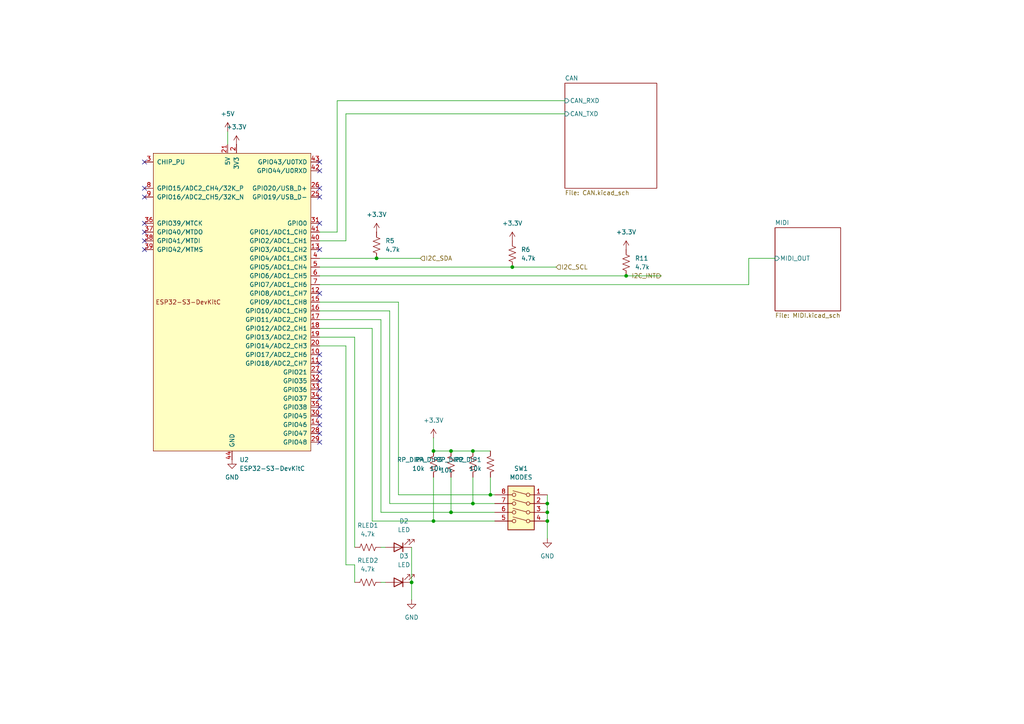
<source format=kicad_sch>
(kicad_sch
	(version 20250114)
	(generator "eeschema")
	(generator_version "9.0")
	(uuid "ef3270b2-1bec-491e-9907-1e95bfa50f9b")
	(paper "A4")
	(lib_symbols
		(symbol "Device:LED"
			(pin_numbers
				(hide yes)
			)
			(pin_names
				(offset 1.016)
				(hide yes)
			)
			(exclude_from_sim no)
			(in_bom yes)
			(on_board yes)
			(property "Reference" "D"
				(at 0 2.54 0)
				(effects
					(font
						(size 1.27 1.27)
					)
				)
			)
			(property "Value" "LED"
				(at 0 -2.54 0)
				(effects
					(font
						(size 1.27 1.27)
					)
				)
			)
			(property "Footprint" ""
				(at 0 0 0)
				(effects
					(font
						(size 1.27 1.27)
					)
					(hide yes)
				)
			)
			(property "Datasheet" "~"
				(at 0 0 0)
				(effects
					(font
						(size 1.27 1.27)
					)
					(hide yes)
				)
			)
			(property "Description" "Light emitting diode"
				(at 0 0 0)
				(effects
					(font
						(size 1.27 1.27)
					)
					(hide yes)
				)
			)
			(property "Sim.Pins" "1=K 2=A"
				(at 0 0 0)
				(effects
					(font
						(size 1.27 1.27)
					)
					(hide yes)
				)
			)
			(property "ki_keywords" "LED diode"
				(at 0 0 0)
				(effects
					(font
						(size 1.27 1.27)
					)
					(hide yes)
				)
			)
			(property "ki_fp_filters" "LED* LED_SMD:* LED_THT:*"
				(at 0 0 0)
				(effects
					(font
						(size 1.27 1.27)
					)
					(hide yes)
				)
			)
			(symbol "LED_0_1"
				(polyline
					(pts
						(xy -3.048 -0.762) (xy -4.572 -2.286) (xy -3.81 -2.286) (xy -4.572 -2.286) (xy -4.572 -1.524)
					)
					(stroke
						(width 0)
						(type default)
					)
					(fill
						(type none)
					)
				)
				(polyline
					(pts
						(xy -1.778 -0.762) (xy -3.302 -2.286) (xy -2.54 -2.286) (xy -3.302 -2.286) (xy -3.302 -1.524)
					)
					(stroke
						(width 0)
						(type default)
					)
					(fill
						(type none)
					)
				)
				(polyline
					(pts
						(xy -1.27 0) (xy 1.27 0)
					)
					(stroke
						(width 0)
						(type default)
					)
					(fill
						(type none)
					)
				)
				(polyline
					(pts
						(xy -1.27 -1.27) (xy -1.27 1.27)
					)
					(stroke
						(width 0.254)
						(type default)
					)
					(fill
						(type none)
					)
				)
				(polyline
					(pts
						(xy 1.27 -1.27) (xy 1.27 1.27) (xy -1.27 0) (xy 1.27 -1.27)
					)
					(stroke
						(width 0.254)
						(type default)
					)
					(fill
						(type none)
					)
				)
			)
			(symbol "LED_1_1"
				(pin passive line
					(at -3.81 0 0)
					(length 2.54)
					(name "K"
						(effects
							(font
								(size 1.27 1.27)
							)
						)
					)
					(number "1"
						(effects
							(font
								(size 1.27 1.27)
							)
						)
					)
				)
				(pin passive line
					(at 3.81 0 180)
					(length 2.54)
					(name "A"
						(effects
							(font
								(size 1.27 1.27)
							)
						)
					)
					(number "2"
						(effects
							(font
								(size 1.27 1.27)
							)
						)
					)
				)
			)
			(embedded_fonts no)
		)
		(symbol "Device:R_US"
			(pin_numbers
				(hide yes)
			)
			(pin_names
				(offset 0)
			)
			(exclude_from_sim no)
			(in_bom yes)
			(on_board yes)
			(property "Reference" "R"
				(at 2.54 0 90)
				(effects
					(font
						(size 1.27 1.27)
					)
				)
			)
			(property "Value" "R_US"
				(at -2.54 0 90)
				(effects
					(font
						(size 1.27 1.27)
					)
				)
			)
			(property "Footprint" ""
				(at 1.016 -0.254 90)
				(effects
					(font
						(size 1.27 1.27)
					)
					(hide yes)
				)
			)
			(property "Datasheet" "~"
				(at 0 0 0)
				(effects
					(font
						(size 1.27 1.27)
					)
					(hide yes)
				)
			)
			(property "Description" "Resistor, US symbol"
				(at 0 0 0)
				(effects
					(font
						(size 1.27 1.27)
					)
					(hide yes)
				)
			)
			(property "ki_keywords" "R res resistor"
				(at 0 0 0)
				(effects
					(font
						(size 1.27 1.27)
					)
					(hide yes)
				)
			)
			(property "ki_fp_filters" "R_*"
				(at 0 0 0)
				(effects
					(font
						(size 1.27 1.27)
					)
					(hide yes)
				)
			)
			(symbol "R_US_0_1"
				(polyline
					(pts
						(xy 0 2.286) (xy 0 2.54)
					)
					(stroke
						(width 0)
						(type default)
					)
					(fill
						(type none)
					)
				)
				(polyline
					(pts
						(xy 0 2.286) (xy 1.016 1.905) (xy 0 1.524) (xy -1.016 1.143) (xy 0 0.762)
					)
					(stroke
						(width 0)
						(type default)
					)
					(fill
						(type none)
					)
				)
				(polyline
					(pts
						(xy 0 0.762) (xy 1.016 0.381) (xy 0 0) (xy -1.016 -0.381) (xy 0 -0.762)
					)
					(stroke
						(width 0)
						(type default)
					)
					(fill
						(type none)
					)
				)
				(polyline
					(pts
						(xy 0 -0.762) (xy 1.016 -1.143) (xy 0 -1.524) (xy -1.016 -1.905) (xy 0 -2.286)
					)
					(stroke
						(width 0)
						(type default)
					)
					(fill
						(type none)
					)
				)
				(polyline
					(pts
						(xy 0 -2.286) (xy 0 -2.54)
					)
					(stroke
						(width 0)
						(type default)
					)
					(fill
						(type none)
					)
				)
			)
			(symbol "R_US_1_1"
				(pin passive line
					(at 0 3.81 270)
					(length 1.27)
					(name "~"
						(effects
							(font
								(size 1.27 1.27)
							)
						)
					)
					(number "1"
						(effects
							(font
								(size 1.27 1.27)
							)
						)
					)
				)
				(pin passive line
					(at 0 -3.81 90)
					(length 1.27)
					(name "~"
						(effects
							(font
								(size 1.27 1.27)
							)
						)
					)
					(number "2"
						(effects
							(font
								(size 1.27 1.27)
							)
						)
					)
				)
			)
			(embedded_fonts no)
		)
		(symbol "PCM_Espressif:ESP32-S3-DevKitC"
			(pin_names
				(offset 1.016)
			)
			(exclude_from_sim no)
			(in_bom yes)
			(on_board yes)
			(property "Reference" "U"
				(at -22.86 48.26 0)
				(effects
					(font
						(size 1.27 1.27)
					)
					(justify left)
				)
			)
			(property "Value" "ESP32-S3-DevKitC"
				(at -22.86 45.72 0)
				(effects
					(font
						(size 1.27 1.27)
					)
					(justify left)
				)
			)
			(property "Footprint" "PCM_Espressif:ESP32-S3-DevKitC"
				(at 0 -57.15 0)
				(effects
					(font
						(size 1.27 1.27)
					)
					(hide yes)
				)
			)
			(property "Datasheet" ""
				(at -59.69 -2.54 0)
				(effects
					(font
						(size 1.27 1.27)
					)
					(hide yes)
				)
			)
			(property "Description" "ESP32-S3-DevKitC"
				(at 0 0 0)
				(effects
					(font
						(size 1.27 1.27)
					)
					(hide yes)
				)
			)
			(symbol "ESP32-S3-DevKitC_0_0"
				(text "ESP32-S3-DevKitC"
					(at -12.7 0 0)
					(effects
						(font
							(size 1.27 1.27)
						)
					)
				)
				(pin bidirectional line
					(at -25.4 15.24 0)
					(length 2.54)
					(name "GPIO42/MTMS"
						(effects
							(font
								(size 1.27 1.27)
							)
						)
					)
					(number "39"
						(effects
							(font
								(size 1.27 1.27)
							)
						)
					)
				)
				(pin power_in line
					(at 0 -45.72 90)
					(length 2.54)
					(name "GND"
						(effects
							(font
								(size 1.27 1.27)
							)
						)
					)
					(number "44"
						(effects
							(font
								(size 1.27 1.27)
							)
						)
					)
				)
				(pin bidirectional line
					(at 25.4 40.64 180)
					(length 2.54)
					(name "GPIO43/U0TXD"
						(effects
							(font
								(size 1.27 1.27)
							)
						)
					)
					(number "43"
						(effects
							(font
								(size 1.27 1.27)
							)
						)
					)
				)
				(pin bidirectional line
					(at 25.4 38.1 180)
					(length 2.54)
					(name "GPIO44/U0RXD"
						(effects
							(font
								(size 1.27 1.27)
							)
						)
					)
					(number "42"
						(effects
							(font
								(size 1.27 1.27)
							)
						)
					)
				)
				(pin bidirectional line
					(at 25.4 20.32 180)
					(length 2.54)
					(name "GPIO1/ADC1_CH0"
						(effects
							(font
								(size 1.27 1.27)
							)
						)
					)
					(number "41"
						(effects
							(font
								(size 1.27 1.27)
							)
						)
					)
				)
				(pin bidirectional line
					(at 25.4 17.78 180)
					(length 2.54)
					(name "GPIO2/ADC1_CH1"
						(effects
							(font
								(size 1.27 1.27)
							)
						)
					)
					(number "40"
						(effects
							(font
								(size 1.27 1.27)
							)
						)
					)
				)
				(pin bidirectional line
					(at 25.4 -10.16 180)
					(length 2.54)
					(name "GPIO13/ADC2_CH2"
						(effects
							(font
								(size 1.27 1.27)
							)
						)
					)
					(number "19"
						(effects
							(font
								(size 1.27 1.27)
							)
						)
					)
				)
				(pin bidirectional line
					(at 25.4 -35.56 180)
					(length 2.54)
					(name "GPIO46"
						(effects
							(font
								(size 1.27 1.27)
							)
						)
					)
					(number "14"
						(effects
							(font
								(size 1.27 1.27)
							)
						)
					)
				)
			)
			(symbol "ESP32-S3-DevKitC_0_1"
				(rectangle
					(start -22.86 43.18)
					(end 22.86 -43.18)
					(stroke
						(width 0)
						(type default)
					)
					(fill
						(type background)
					)
				)
				(pin power_in line
					(at 1.27 45.72 270)
					(length 2.54)
					(name "3V3"
						(effects
							(font
								(size 1.27 1.27)
							)
						)
					)
					(number "2"
						(effects
							(font
								(size 1.27 1.27)
							)
						)
					)
				)
			)
			(symbol "ESP32-S3-DevKitC_1_1"
				(pin input line
					(at -25.4 40.64 0)
					(length 2.54)
					(name "CHIP_PU"
						(effects
							(font
								(size 1.27 1.27)
							)
						)
					)
					(number "3"
						(effects
							(font
								(size 1.27 1.27)
							)
						)
					)
				)
				(pin bidirectional line
					(at -25.4 33.02 0)
					(length 2.54)
					(name "GPIO15/ADC2_CH4/32K_P"
						(effects
							(font
								(size 1.27 1.27)
							)
						)
					)
					(number "8"
						(effects
							(font
								(size 1.27 1.27)
							)
						)
					)
				)
				(pin bidirectional line
					(at -25.4 30.48 0)
					(length 2.54)
					(name "GPIO16/ADC2_CH5/32K_N"
						(effects
							(font
								(size 1.27 1.27)
							)
						)
					)
					(number "9"
						(effects
							(font
								(size 1.27 1.27)
							)
						)
					)
				)
				(pin bidirectional line
					(at -25.4 22.86 0)
					(length 2.54)
					(name "GPIO39/MTCK"
						(effects
							(font
								(size 1.27 1.27)
							)
						)
					)
					(number "36"
						(effects
							(font
								(size 1.27 1.27)
							)
						)
					)
				)
				(pin bidirectional line
					(at -25.4 20.32 0)
					(length 2.54)
					(name "GPIO40/MTDO"
						(effects
							(font
								(size 1.27 1.27)
							)
						)
					)
					(number "37"
						(effects
							(font
								(size 1.27 1.27)
							)
						)
					)
				)
				(pin bidirectional line
					(at -25.4 17.78 0)
					(length 2.54)
					(name "GPIO41/MTDI"
						(effects
							(font
								(size 1.27 1.27)
							)
						)
					)
					(number "38"
						(effects
							(font
								(size 1.27 1.27)
							)
						)
					)
				)
				(pin power_in line
					(at -1.27 45.72 270)
					(length 2.54)
					(name "5V"
						(effects
							(font
								(size 1.27 1.27)
							)
						)
					)
					(number "21"
						(effects
							(font
								(size 1.27 1.27)
							)
						)
					)
				)
				(pin passive line
					(at 0 -45.72 90)
					(length 2.54)
					(hide yes)
					(name "GND"
						(effects
							(font
								(size 1.27 1.27)
							)
						)
					)
					(number "22"
						(effects
							(font
								(size 1.27 1.27)
							)
						)
					)
				)
				(pin passive line
					(at 0 -45.72 90)
					(length 2.54)
					(hide yes)
					(name "GND"
						(effects
							(font
								(size 1.27 1.27)
							)
						)
					)
					(number "23"
						(effects
							(font
								(size 1.27 1.27)
							)
						)
					)
				)
				(pin passive line
					(at 0 -45.72 90)
					(length 2.54)
					(hide yes)
					(name "GND"
						(effects
							(font
								(size 1.27 1.27)
							)
						)
					)
					(number "24"
						(effects
							(font
								(size 1.27 1.27)
							)
						)
					)
				)
				(pin passive line
					(at 1.27 45.72 270)
					(length 2.54)
					(hide yes)
					(name "3V3"
						(effects
							(font
								(size 1.27 1.27)
							)
						)
					)
					(number "1"
						(effects
							(font
								(size 1.27 1.27)
							)
						)
					)
				)
				(pin bidirectional line
					(at 25.4 33.02 180)
					(length 2.54)
					(name "GPIO20/USB_D+"
						(effects
							(font
								(size 1.27 1.27)
							)
						)
					)
					(number "26"
						(effects
							(font
								(size 1.27 1.27)
							)
						)
					)
				)
				(pin bidirectional line
					(at 25.4 30.48 180)
					(length 2.54)
					(name "GPIO19/USB_D-"
						(effects
							(font
								(size 1.27 1.27)
							)
						)
					)
					(number "25"
						(effects
							(font
								(size 1.27 1.27)
							)
						)
					)
				)
				(pin bidirectional line
					(at 25.4 22.86 180)
					(length 2.54)
					(name "GPIO0"
						(effects
							(font
								(size 1.27 1.27)
							)
						)
					)
					(number "31"
						(effects
							(font
								(size 1.27 1.27)
							)
						)
					)
				)
				(pin bidirectional line
					(at 25.4 15.24 180)
					(length 2.54)
					(name "GPIO3/ADC1_CH2"
						(effects
							(font
								(size 1.27 1.27)
							)
						)
					)
					(number "13"
						(effects
							(font
								(size 1.27 1.27)
							)
						)
					)
				)
				(pin bidirectional line
					(at 25.4 12.7 180)
					(length 2.54)
					(name "GPIO4/ADC1_CH3"
						(effects
							(font
								(size 1.27 1.27)
							)
						)
					)
					(number "4"
						(effects
							(font
								(size 1.27 1.27)
							)
						)
					)
				)
				(pin bidirectional line
					(at 25.4 10.16 180)
					(length 2.54)
					(name "GPIO5/ADC1_CH4"
						(effects
							(font
								(size 1.27 1.27)
							)
						)
					)
					(number "5"
						(effects
							(font
								(size 1.27 1.27)
							)
						)
					)
				)
				(pin bidirectional line
					(at 25.4 7.62 180)
					(length 2.54)
					(name "GPIO6/ADC1_CH5"
						(effects
							(font
								(size 1.27 1.27)
							)
						)
					)
					(number "6"
						(effects
							(font
								(size 1.27 1.27)
							)
						)
					)
				)
				(pin bidirectional line
					(at 25.4 5.08 180)
					(length 2.54)
					(name "GPIO7/ADC1_CH6"
						(effects
							(font
								(size 1.27 1.27)
							)
						)
					)
					(number "7"
						(effects
							(font
								(size 1.27 1.27)
							)
						)
					)
				)
				(pin bidirectional line
					(at 25.4 2.54 180)
					(length 2.54)
					(name "GPIO8/ADC1_CH7"
						(effects
							(font
								(size 1.27 1.27)
							)
						)
					)
					(number "12"
						(effects
							(font
								(size 1.27 1.27)
							)
						)
					)
				)
				(pin bidirectional line
					(at 25.4 0 180)
					(length 2.54)
					(name "GPIO9/ADC1_CH8"
						(effects
							(font
								(size 1.27 1.27)
							)
						)
					)
					(number "15"
						(effects
							(font
								(size 1.27 1.27)
							)
						)
					)
				)
				(pin bidirectional line
					(at 25.4 -2.54 180)
					(length 2.54)
					(name "GPIO10/ADC1_CH9"
						(effects
							(font
								(size 1.27 1.27)
							)
						)
					)
					(number "16"
						(effects
							(font
								(size 1.27 1.27)
							)
						)
					)
				)
				(pin bidirectional line
					(at 25.4 -5.08 180)
					(length 2.54)
					(name "GPIO11/ADC2_CH0"
						(effects
							(font
								(size 1.27 1.27)
							)
						)
					)
					(number "17"
						(effects
							(font
								(size 1.27 1.27)
							)
						)
					)
				)
				(pin bidirectional line
					(at 25.4 -7.62 180)
					(length 2.54)
					(name "GPIO12/ADC2_CH1"
						(effects
							(font
								(size 1.27 1.27)
							)
						)
					)
					(number "18"
						(effects
							(font
								(size 1.27 1.27)
							)
						)
					)
				)
				(pin bidirectional line
					(at 25.4 -12.7 180)
					(length 2.54)
					(name "GPIO14/ADC2_CH3"
						(effects
							(font
								(size 1.27 1.27)
							)
						)
					)
					(number "20"
						(effects
							(font
								(size 1.27 1.27)
							)
						)
					)
				)
				(pin bidirectional line
					(at 25.4 -15.24 180)
					(length 2.54)
					(name "GPIO17/ADC2_CH6"
						(effects
							(font
								(size 1.27 1.27)
							)
						)
					)
					(number "10"
						(effects
							(font
								(size 1.27 1.27)
							)
						)
					)
				)
				(pin bidirectional line
					(at 25.4 -17.78 180)
					(length 2.54)
					(name "GPIO18/ADC2_CH7"
						(effects
							(font
								(size 1.27 1.27)
							)
						)
					)
					(number "11"
						(effects
							(font
								(size 1.27 1.27)
							)
						)
					)
				)
				(pin bidirectional line
					(at 25.4 -20.32 180)
					(length 2.54)
					(name "GPIO21"
						(effects
							(font
								(size 1.27 1.27)
							)
						)
					)
					(number "27"
						(effects
							(font
								(size 1.27 1.27)
							)
						)
					)
				)
				(pin bidirectional line
					(at 25.4 -22.86 180)
					(length 2.54)
					(name "GPIO35"
						(effects
							(font
								(size 1.27 1.27)
							)
						)
					)
					(number "32"
						(effects
							(font
								(size 1.27 1.27)
							)
						)
					)
				)
				(pin bidirectional line
					(at 25.4 -25.4 180)
					(length 2.54)
					(name "GPIO36"
						(effects
							(font
								(size 1.27 1.27)
							)
						)
					)
					(number "33"
						(effects
							(font
								(size 1.27 1.27)
							)
						)
					)
				)
				(pin bidirectional line
					(at 25.4 -27.94 180)
					(length 2.54)
					(name "GPIO37"
						(effects
							(font
								(size 1.27 1.27)
							)
						)
					)
					(number "34"
						(effects
							(font
								(size 1.27 1.27)
							)
						)
					)
				)
				(pin bidirectional line
					(at 25.4 -30.48 180)
					(length 2.54)
					(name "GPIO38"
						(effects
							(font
								(size 1.27 1.27)
							)
						)
					)
					(number "35"
						(effects
							(font
								(size 1.27 1.27)
							)
						)
					)
				)
				(pin bidirectional line
					(at 25.4 -33.02 180)
					(length 2.54)
					(name "GPIO45"
						(effects
							(font
								(size 1.27 1.27)
							)
						)
					)
					(number "30"
						(effects
							(font
								(size 1.27 1.27)
							)
						)
					)
				)
				(pin bidirectional line
					(at 25.4 -38.1 180)
					(length 2.54)
					(name "GPIO47"
						(effects
							(font
								(size 1.27 1.27)
							)
						)
					)
					(number "28"
						(effects
							(font
								(size 1.27 1.27)
							)
						)
					)
				)
				(pin bidirectional line
					(at 25.4 -40.64 180)
					(length 2.54)
					(name "GPIO48"
						(effects
							(font
								(size 1.27 1.27)
							)
						)
					)
					(number "29"
						(effects
							(font
								(size 1.27 1.27)
							)
						)
					)
				)
			)
			(embedded_fonts no)
		)
		(symbol "Switch:SW_DIP_x04"
			(pin_names
				(offset 0)
				(hide yes)
			)
			(exclude_from_sim no)
			(in_bom yes)
			(on_board yes)
			(property "Reference" "SW"
				(at 0 8.89 0)
				(effects
					(font
						(size 1.27 1.27)
					)
				)
			)
			(property "Value" "SW_DIP_x04"
				(at 0 -6.35 0)
				(effects
					(font
						(size 1.27 1.27)
					)
				)
			)
			(property "Footprint" ""
				(at 0 0 0)
				(effects
					(font
						(size 1.27 1.27)
					)
					(hide yes)
				)
			)
			(property "Datasheet" "~"
				(at 0 0 0)
				(effects
					(font
						(size 1.27 1.27)
					)
					(hide yes)
				)
			)
			(property "Description" "4x DIP Switch, Single Pole Single Throw (SPST) switch, small symbol"
				(at 0 0 0)
				(effects
					(font
						(size 1.27 1.27)
					)
					(hide yes)
				)
			)
			(property "ki_keywords" "dip switch"
				(at 0 0 0)
				(effects
					(font
						(size 1.27 1.27)
					)
					(hide yes)
				)
			)
			(property "ki_fp_filters" "SW?DIP?x4*"
				(at 0 0 0)
				(effects
					(font
						(size 1.27 1.27)
					)
					(hide yes)
				)
			)
			(symbol "SW_DIP_x04_0_0"
				(circle
					(center -2.032 5.08)
					(radius 0.508)
					(stroke
						(width 0)
						(type default)
					)
					(fill
						(type none)
					)
				)
				(circle
					(center -2.032 2.54)
					(radius 0.508)
					(stroke
						(width 0)
						(type default)
					)
					(fill
						(type none)
					)
				)
				(circle
					(center -2.032 0)
					(radius 0.508)
					(stroke
						(width 0)
						(type default)
					)
					(fill
						(type none)
					)
				)
				(circle
					(center -2.032 -2.54)
					(radius 0.508)
					(stroke
						(width 0)
						(type default)
					)
					(fill
						(type none)
					)
				)
				(polyline
					(pts
						(xy -1.524 5.207) (xy 2.3622 6.2484)
					)
					(stroke
						(width 0)
						(type default)
					)
					(fill
						(type none)
					)
				)
				(polyline
					(pts
						(xy -1.524 2.667) (xy 2.3622 3.7084)
					)
					(stroke
						(width 0)
						(type default)
					)
					(fill
						(type none)
					)
				)
				(polyline
					(pts
						(xy -1.524 0.127) (xy 2.3622 1.1684)
					)
					(stroke
						(width 0)
						(type default)
					)
					(fill
						(type none)
					)
				)
				(polyline
					(pts
						(xy -1.524 -2.3876) (xy 2.3622 -1.3462)
					)
					(stroke
						(width 0)
						(type default)
					)
					(fill
						(type none)
					)
				)
				(circle
					(center 2.032 5.08)
					(radius 0.508)
					(stroke
						(width 0)
						(type default)
					)
					(fill
						(type none)
					)
				)
				(circle
					(center 2.032 2.54)
					(radius 0.508)
					(stroke
						(width 0)
						(type default)
					)
					(fill
						(type none)
					)
				)
				(circle
					(center 2.032 0)
					(radius 0.508)
					(stroke
						(width 0)
						(type default)
					)
					(fill
						(type none)
					)
				)
				(circle
					(center 2.032 -2.54)
					(radius 0.508)
					(stroke
						(width 0)
						(type default)
					)
					(fill
						(type none)
					)
				)
			)
			(symbol "SW_DIP_x04_0_1"
				(rectangle
					(start -3.81 7.62)
					(end 3.81 -5.08)
					(stroke
						(width 0.254)
						(type default)
					)
					(fill
						(type background)
					)
				)
			)
			(symbol "SW_DIP_x04_1_1"
				(pin passive line
					(at -7.62 5.08 0)
					(length 5.08)
					(name "~"
						(effects
							(font
								(size 1.27 1.27)
							)
						)
					)
					(number "1"
						(effects
							(font
								(size 1.27 1.27)
							)
						)
					)
				)
				(pin passive line
					(at -7.62 2.54 0)
					(length 5.08)
					(name "~"
						(effects
							(font
								(size 1.27 1.27)
							)
						)
					)
					(number "2"
						(effects
							(font
								(size 1.27 1.27)
							)
						)
					)
				)
				(pin passive line
					(at -7.62 0 0)
					(length 5.08)
					(name "~"
						(effects
							(font
								(size 1.27 1.27)
							)
						)
					)
					(number "3"
						(effects
							(font
								(size 1.27 1.27)
							)
						)
					)
				)
				(pin passive line
					(at -7.62 -2.54 0)
					(length 5.08)
					(name "~"
						(effects
							(font
								(size 1.27 1.27)
							)
						)
					)
					(number "4"
						(effects
							(font
								(size 1.27 1.27)
							)
						)
					)
				)
				(pin passive line
					(at 7.62 5.08 180)
					(length 5.08)
					(name "~"
						(effects
							(font
								(size 1.27 1.27)
							)
						)
					)
					(number "8"
						(effects
							(font
								(size 1.27 1.27)
							)
						)
					)
				)
				(pin passive line
					(at 7.62 2.54 180)
					(length 5.08)
					(name "~"
						(effects
							(font
								(size 1.27 1.27)
							)
						)
					)
					(number "7"
						(effects
							(font
								(size 1.27 1.27)
							)
						)
					)
				)
				(pin passive line
					(at 7.62 0 180)
					(length 5.08)
					(name "~"
						(effects
							(font
								(size 1.27 1.27)
							)
						)
					)
					(number "6"
						(effects
							(font
								(size 1.27 1.27)
							)
						)
					)
				)
				(pin passive line
					(at 7.62 -2.54 180)
					(length 5.08)
					(name "~"
						(effects
							(font
								(size 1.27 1.27)
							)
						)
					)
					(number "5"
						(effects
							(font
								(size 1.27 1.27)
							)
						)
					)
				)
			)
			(embedded_fonts no)
		)
		(symbol "power:+3.3V"
			(power)
			(pin_numbers
				(hide yes)
			)
			(pin_names
				(offset 0)
				(hide yes)
			)
			(exclude_from_sim no)
			(in_bom yes)
			(on_board yes)
			(property "Reference" "#PWR"
				(at 0 -3.81 0)
				(effects
					(font
						(size 1.27 1.27)
					)
					(hide yes)
				)
			)
			(property "Value" "+3.3V"
				(at 0 3.556 0)
				(effects
					(font
						(size 1.27 1.27)
					)
				)
			)
			(property "Footprint" ""
				(at 0 0 0)
				(effects
					(font
						(size 1.27 1.27)
					)
					(hide yes)
				)
			)
			(property "Datasheet" ""
				(at 0 0 0)
				(effects
					(font
						(size 1.27 1.27)
					)
					(hide yes)
				)
			)
			(property "Description" "Power symbol creates a global label with name \"+3.3V\""
				(at 0 0 0)
				(effects
					(font
						(size 1.27 1.27)
					)
					(hide yes)
				)
			)
			(property "ki_keywords" "global power"
				(at 0 0 0)
				(effects
					(font
						(size 1.27 1.27)
					)
					(hide yes)
				)
			)
			(symbol "+3.3V_0_1"
				(polyline
					(pts
						(xy -0.762 1.27) (xy 0 2.54)
					)
					(stroke
						(width 0)
						(type default)
					)
					(fill
						(type none)
					)
				)
				(polyline
					(pts
						(xy 0 2.54) (xy 0.762 1.27)
					)
					(stroke
						(width 0)
						(type default)
					)
					(fill
						(type none)
					)
				)
				(polyline
					(pts
						(xy 0 0) (xy 0 2.54)
					)
					(stroke
						(width 0)
						(type default)
					)
					(fill
						(type none)
					)
				)
			)
			(symbol "+3.3V_1_1"
				(pin power_in line
					(at 0 0 90)
					(length 0)
					(name "~"
						(effects
							(font
								(size 1.27 1.27)
							)
						)
					)
					(number "1"
						(effects
							(font
								(size 1.27 1.27)
							)
						)
					)
				)
			)
			(embedded_fonts no)
		)
		(symbol "power:+5V"
			(power)
			(pin_numbers
				(hide yes)
			)
			(pin_names
				(offset 0)
				(hide yes)
			)
			(exclude_from_sim no)
			(in_bom yes)
			(on_board yes)
			(property "Reference" "#PWR"
				(at 0 -3.81 0)
				(effects
					(font
						(size 1.27 1.27)
					)
					(hide yes)
				)
			)
			(property "Value" "+5V"
				(at 0 3.556 0)
				(effects
					(font
						(size 1.27 1.27)
					)
				)
			)
			(property "Footprint" ""
				(at 0 0 0)
				(effects
					(font
						(size 1.27 1.27)
					)
					(hide yes)
				)
			)
			(property "Datasheet" ""
				(at 0 0 0)
				(effects
					(font
						(size 1.27 1.27)
					)
					(hide yes)
				)
			)
			(property "Description" "Power symbol creates a global label with name \"+5V\""
				(at 0 0 0)
				(effects
					(font
						(size 1.27 1.27)
					)
					(hide yes)
				)
			)
			(property "ki_keywords" "global power"
				(at 0 0 0)
				(effects
					(font
						(size 1.27 1.27)
					)
					(hide yes)
				)
			)
			(symbol "+5V_0_1"
				(polyline
					(pts
						(xy -0.762 1.27) (xy 0 2.54)
					)
					(stroke
						(width 0)
						(type default)
					)
					(fill
						(type none)
					)
				)
				(polyline
					(pts
						(xy 0 2.54) (xy 0.762 1.27)
					)
					(stroke
						(width 0)
						(type default)
					)
					(fill
						(type none)
					)
				)
				(polyline
					(pts
						(xy 0 0) (xy 0 2.54)
					)
					(stroke
						(width 0)
						(type default)
					)
					(fill
						(type none)
					)
				)
			)
			(symbol "+5V_1_1"
				(pin power_in line
					(at 0 0 90)
					(length 0)
					(name "~"
						(effects
							(font
								(size 1.27 1.27)
							)
						)
					)
					(number "1"
						(effects
							(font
								(size 1.27 1.27)
							)
						)
					)
				)
			)
			(embedded_fonts no)
		)
		(symbol "power:GND"
			(power)
			(pin_numbers
				(hide yes)
			)
			(pin_names
				(offset 0)
				(hide yes)
			)
			(exclude_from_sim no)
			(in_bom yes)
			(on_board yes)
			(property "Reference" "#PWR"
				(at 0 -6.35 0)
				(effects
					(font
						(size 1.27 1.27)
					)
					(hide yes)
				)
			)
			(property "Value" "GND"
				(at 0 -3.81 0)
				(effects
					(font
						(size 1.27 1.27)
					)
				)
			)
			(property "Footprint" ""
				(at 0 0 0)
				(effects
					(font
						(size 1.27 1.27)
					)
					(hide yes)
				)
			)
			(property "Datasheet" ""
				(at 0 0 0)
				(effects
					(font
						(size 1.27 1.27)
					)
					(hide yes)
				)
			)
			(property "Description" "Power symbol creates a global label with name \"GND\" , ground"
				(at 0 0 0)
				(effects
					(font
						(size 1.27 1.27)
					)
					(hide yes)
				)
			)
			(property "ki_keywords" "global power"
				(at 0 0 0)
				(effects
					(font
						(size 1.27 1.27)
					)
					(hide yes)
				)
			)
			(symbol "GND_0_1"
				(polyline
					(pts
						(xy 0 0) (xy 0 -1.27) (xy 1.27 -1.27) (xy 0 -2.54) (xy -1.27 -1.27) (xy 0 -1.27)
					)
					(stroke
						(width 0)
						(type default)
					)
					(fill
						(type none)
					)
				)
			)
			(symbol "GND_1_1"
				(pin power_in line
					(at 0 0 270)
					(length 0)
					(name "~"
						(effects
							(font
								(size 1.27 1.27)
							)
						)
					)
					(number "1"
						(effects
							(font
								(size 1.27 1.27)
							)
						)
					)
				)
			)
			(embedded_fonts no)
		)
	)
	(junction
		(at 158.75 146.05)
		(diameter 0)
		(color 0 0 0 0)
		(uuid "15dfe246-e739-4c9f-90c0-4a07a10550d7")
	)
	(junction
		(at 137.16 130.81)
		(diameter 0)
		(color 0 0 0 0)
		(uuid "1b6fa8e3-4fcf-4449-978b-f504c87d671c")
	)
	(junction
		(at 125.73 151.13)
		(diameter 0)
		(color 0 0 0 0)
		(uuid "34a391e3-342c-42fd-8931-94900d7b91ea")
	)
	(junction
		(at 130.81 148.59)
		(diameter 0)
		(color 0 0 0 0)
		(uuid "394eced0-d4be-4e63-baff-4d2098f35e54")
	)
	(junction
		(at 137.16 146.05)
		(diameter 0)
		(color 0 0 0 0)
		(uuid "4c7c5961-e3b2-4238-9e6e-413ecf176f35")
	)
	(junction
		(at 142.24 143.51)
		(diameter 0)
		(color 0 0 0 0)
		(uuid "5225ed38-ef39-4d05-b8bf-d7f4681a9c12")
	)
	(junction
		(at 148.59 77.47)
		(diameter 0)
		(color 0 0 0 0)
		(uuid "56bcf8bf-ca4a-47b5-9b36-4238be3e1ddb")
	)
	(junction
		(at 119.38 168.91)
		(diameter 0)
		(color 0 0 0 0)
		(uuid "5c14cc24-bbc6-4100-b080-df472e9c3fbc")
	)
	(junction
		(at 130.81 130.81)
		(diameter 0)
		(color 0 0 0 0)
		(uuid "63a0c2e5-ffd5-4e84-a5d0-e9141f0f65b8")
	)
	(junction
		(at 158.75 148.59)
		(diameter 0)
		(color 0 0 0 0)
		(uuid "89f48dea-6c7b-47b2-afaa-1774c71c01dd")
	)
	(junction
		(at 125.73 130.81)
		(diameter 0)
		(color 0 0 0 0)
		(uuid "8d8e7d2d-5e8e-43c3-a45d-ec89583bbf7b")
	)
	(junction
		(at 109.22 74.93)
		(diameter 0)
		(color 0 0 0 0)
		(uuid "aba63813-9932-4e33-ae2b-1df2526a7653")
	)
	(junction
		(at 158.75 151.13)
		(diameter 0)
		(color 0 0 0 0)
		(uuid "f934de89-26d5-484c-92c7-b70817363700")
	)
	(junction
		(at 181.61 80.01)
		(diameter 0)
		(color 0 0 0 0)
		(uuid "ffd598e8-26ca-488c-857a-f210dd89b199")
	)
	(no_connect
		(at 92.71 105.41)
		(uuid "025bf920-7a7e-4a04-b38a-17655d5f684b")
	)
	(no_connect
		(at 41.91 72.39)
		(uuid "02a359ae-8e25-4ad0-a5af-bc673fa6e45e")
	)
	(no_connect
		(at 92.71 64.77)
		(uuid "04519e94-68b0-4253-952e-ff2229e33f21")
	)
	(no_connect
		(at 92.71 54.61)
		(uuid "04c71830-ce2c-4593-a022-368a0cbc0d0e")
	)
	(no_connect
		(at 92.71 128.27)
		(uuid "0676f8ad-743e-405f-945f-d572ff332831")
	)
	(no_connect
		(at 41.91 67.31)
		(uuid "1034c11d-bdde-4874-a23b-570b45252543")
	)
	(no_connect
		(at 92.71 115.57)
		(uuid "1ded497a-e3d7-423f-9aee-cc16299d0aee")
	)
	(no_connect
		(at 92.71 118.11)
		(uuid "21c46614-b3e3-4880-897a-933db15729e2")
	)
	(no_connect
		(at 92.71 46.99)
		(uuid "25bb9d08-1509-4da8-8f03-e991c36846e8")
	)
	(no_connect
		(at 92.71 120.65)
		(uuid "50d9c16a-7ce5-4ec3-bd15-bf68172f6c30")
	)
	(no_connect
		(at 92.71 107.95)
		(uuid "648960e9-8fca-4413-89dd-b91a10f2c087")
	)
	(no_connect
		(at 92.71 49.53)
		(uuid "6bbdd2b3-edf8-4cf2-8708-a9763215a714")
	)
	(no_connect
		(at 92.71 85.09)
		(uuid "73612e5b-5e5a-46f2-a686-ebac2a731fbc")
	)
	(no_connect
		(at 41.91 46.99)
		(uuid "837f26f3-2430-4ef6-b9ab-8e8ad2dbabdc")
	)
	(no_connect
		(at 92.71 113.03)
		(uuid "8605ab99-3a1e-4620-93bb-e9e05a0316e2")
	)
	(no_connect
		(at 41.91 64.77)
		(uuid "a0888936-b5d9-4f0d-892b-7b43c34f0ea8")
	)
	(no_connect
		(at 92.71 123.19)
		(uuid "a38b8ea9-e889-428c-9505-5622530df231")
	)
	(no_connect
		(at 92.71 72.39)
		(uuid "af0a5d4f-a112-41bb-b31b-8dccf13b90b1")
	)
	(no_connect
		(at 92.71 102.87)
		(uuid "af8a89d3-91d4-4aa1-b6a7-1fcc20aa4956")
	)
	(no_connect
		(at 92.71 57.15)
		(uuid "b2568a69-ecab-43f5-94ad-e7b7daa6f07e")
	)
	(no_connect
		(at 92.71 125.73)
		(uuid "be678fd4-1c96-4a00-8cc0-a157cd16e6c0")
	)
	(no_connect
		(at 41.91 57.15)
		(uuid "c8a62dca-43f2-4c6f-98ca-c8c5b41bd0a7")
	)
	(no_connect
		(at 41.91 54.61)
		(uuid "e1ab0f98-89bd-47c7-8618-bf86ade405bf")
	)
	(no_connect
		(at 41.91 69.85)
		(uuid "f27f3116-f473-4a75-aea9-2a03910b3ce6")
	)
	(no_connect
		(at 92.71 110.49)
		(uuid "fc0266d1-d571-4216-90d9-d78387d1ce6f")
	)
	(wire
		(pts
			(xy 110.49 168.91) (xy 111.76 168.91)
		)
		(stroke
			(width 0)
			(type default)
		)
		(uuid "0af3884b-ca02-44de-aa6b-3da70aad9c93")
	)
	(wire
		(pts
			(xy 92.71 67.31) (xy 97.79 67.31)
		)
		(stroke
			(width 0)
			(type default)
		)
		(uuid "12c2eeb1-04ec-4071-ab86-9ed586ace54c")
	)
	(wire
		(pts
			(xy 142.24 130.81) (xy 137.16 130.81)
		)
		(stroke
			(width 0)
			(type default)
		)
		(uuid "13631851-840a-406b-b092-a78af82e844b")
	)
	(wire
		(pts
			(xy 92.71 69.85) (xy 100.33 69.85)
		)
		(stroke
			(width 0)
			(type default)
		)
		(uuid "15ff157a-d4ba-45ba-b81f-92b94f06a196")
	)
	(wire
		(pts
			(xy 125.73 151.13) (xy 107.95 151.13)
		)
		(stroke
			(width 0)
			(type default)
		)
		(uuid "1bf01d0c-1ba6-41a5-9a41-1457c43fcf74")
	)
	(wire
		(pts
			(xy 137.16 138.43) (xy 137.16 146.05)
		)
		(stroke
			(width 0)
			(type default)
		)
		(uuid "25611d2c-a1c9-42ad-bb3e-13636df21712")
	)
	(wire
		(pts
			(xy 113.03 146.05) (xy 137.16 146.05)
		)
		(stroke
			(width 0)
			(type default)
		)
		(uuid "29f7392a-d7ed-49a5-b9f5-e67e90c730f2")
	)
	(wire
		(pts
			(xy 125.73 127) (xy 125.73 130.81)
		)
		(stroke
			(width 0)
			(type default)
		)
		(uuid "2b0817e2-59fb-4eac-8573-23af0530dfe1")
	)
	(wire
		(pts
			(xy 142.24 143.51) (xy 143.51 143.51)
		)
		(stroke
			(width 0)
			(type default)
		)
		(uuid "2b55c4e5-d394-46ce-a6a0-386120673af4")
	)
	(wire
		(pts
			(xy 100.33 163.83) (xy 102.87 163.83)
		)
		(stroke
			(width 0)
			(type default)
		)
		(uuid "2c5e489d-c74a-40c1-bbb0-8303a21ad69d")
	)
	(wire
		(pts
			(xy 115.57 143.51) (xy 115.57 87.63)
		)
		(stroke
			(width 0)
			(type default)
		)
		(uuid "2f4c62f7-606b-446a-bbbc-45850b7c82fa")
	)
	(wire
		(pts
			(xy 110.49 92.71) (xy 92.71 92.71)
		)
		(stroke
			(width 0)
			(type default)
		)
		(uuid "3b502f28-a1ce-4786-9707-75cba420708a")
	)
	(wire
		(pts
			(xy 107.95 151.13) (xy 107.95 95.25)
		)
		(stroke
			(width 0)
			(type default)
		)
		(uuid "4264016f-283f-4526-b153-8c09c742021f")
	)
	(wire
		(pts
			(xy 125.73 138.43) (xy 125.73 151.13)
		)
		(stroke
			(width 0)
			(type default)
		)
		(uuid "42bd973c-9d35-4dc7-9e38-313fb8d28e03")
	)
	(wire
		(pts
			(xy 158.75 148.59) (xy 158.75 151.13)
		)
		(stroke
			(width 0)
			(type default)
		)
		(uuid "46adbd89-0fcf-4413-9779-42cfa308dd95")
	)
	(wire
		(pts
			(xy 158.75 143.51) (xy 158.75 146.05)
		)
		(stroke
			(width 0)
			(type default)
		)
		(uuid "4d2d9af2-1f58-4cf2-ab13-1e0e3041521e")
	)
	(wire
		(pts
			(xy 92.71 80.01) (xy 181.61 80.01)
		)
		(stroke
			(width 0)
			(type default)
		)
		(uuid "4e44a18d-5c15-4ae2-8f1b-f21ac0a573bd")
	)
	(wire
		(pts
			(xy 92.71 100.33) (xy 100.33 100.33)
		)
		(stroke
			(width 0)
			(type default)
		)
		(uuid "53bfe3a6-dc01-4597-99cb-2e45ee4f823a")
	)
	(wire
		(pts
			(xy 113.03 146.05) (xy 113.03 90.17)
		)
		(stroke
			(width 0)
			(type default)
		)
		(uuid "55869dda-a2bf-437f-95e3-bc2d9b536db3")
	)
	(wire
		(pts
			(xy 121.92 74.93) (xy 109.22 74.93)
		)
		(stroke
			(width 0)
			(type default)
		)
		(uuid "5823b1a7-ead4-4583-9078-1fefbbf039e5")
	)
	(wire
		(pts
			(xy 110.49 158.75) (xy 111.76 158.75)
		)
		(stroke
			(width 0)
			(type default)
		)
		(uuid "5bb9bab2-d1aa-486a-a1b6-0b68390c0181")
	)
	(wire
		(pts
			(xy 119.38 168.91) (xy 119.38 173.99)
		)
		(stroke
			(width 0)
			(type default)
		)
		(uuid "5ca788e9-12f8-4c5e-a6b2-21a0c52781fc")
	)
	(wire
		(pts
			(xy 92.71 82.55) (xy 217.17 82.55)
		)
		(stroke
			(width 0)
			(type default)
		)
		(uuid "5e670f23-2639-40bc-8734-174f0f1c4209")
	)
	(wire
		(pts
			(xy 158.75 146.05) (xy 158.75 148.59)
		)
		(stroke
			(width 0)
			(type default)
		)
		(uuid "5e739558-3184-459e-8b35-7119c0f20f36")
	)
	(wire
		(pts
			(xy 102.87 97.79) (xy 102.87 158.75)
		)
		(stroke
			(width 0)
			(type default)
		)
		(uuid "6428cdd0-69a4-4547-899a-05bcb7eaff9a")
	)
	(wire
		(pts
			(xy 102.87 97.79) (xy 92.71 97.79)
		)
		(stroke
			(width 0)
			(type default)
		)
		(uuid "64a20e77-81dc-462f-9c26-9a629b0d6404")
	)
	(wire
		(pts
			(xy 137.16 130.81) (xy 130.81 130.81)
		)
		(stroke
			(width 0)
			(type default)
		)
		(uuid "69383cd4-e960-4694-8e4c-4804cede3582")
	)
	(wire
		(pts
			(xy 107.95 95.25) (xy 92.71 95.25)
		)
		(stroke
			(width 0)
			(type default)
		)
		(uuid "6e4e3eee-2b0c-4e78-9b94-db88ea7be64d")
	)
	(wire
		(pts
			(xy 137.16 146.05) (xy 143.51 146.05)
		)
		(stroke
			(width 0)
			(type default)
		)
		(uuid "75e133b1-2493-4fe9-9a3d-cfc49e816ca5")
	)
	(wire
		(pts
			(xy 217.17 74.93) (xy 224.79 74.93)
		)
		(stroke
			(width 0)
			(type default)
		)
		(uuid "7a52c35b-89e1-482b-8d26-54b4c678ac52")
	)
	(wire
		(pts
			(xy 130.81 138.43) (xy 130.81 148.59)
		)
		(stroke
			(width 0)
			(type default)
		)
		(uuid "8b2a1867-6bc5-4063-aa77-3a8f8a47d649")
	)
	(wire
		(pts
			(xy 217.17 82.55) (xy 217.17 74.93)
		)
		(stroke
			(width 0)
			(type default)
		)
		(uuid "8c26b8fe-6131-4fcd-a658-dd160afaed26")
	)
	(wire
		(pts
			(xy 142.24 143.51) (xy 115.57 143.51)
		)
		(stroke
			(width 0)
			(type default)
		)
		(uuid "8ca0b0c2-a2e5-45fe-8e86-7fc5fb42ee68")
	)
	(wire
		(pts
			(xy 100.33 69.85) (xy 100.33 33.02)
		)
		(stroke
			(width 0)
			(type default)
		)
		(uuid "908b5391-2aed-4b1f-954b-1ee6fa237c0b")
	)
	(wire
		(pts
			(xy 110.49 148.59) (xy 110.49 92.71)
		)
		(stroke
			(width 0)
			(type default)
		)
		(uuid "92545242-a8a2-4b93-bfa2-d843ae30a04a")
	)
	(wire
		(pts
			(xy 102.87 168.91) (xy 102.87 163.83)
		)
		(stroke
			(width 0)
			(type default)
		)
		(uuid "9a614b43-de32-4a08-8cfe-0977c11f2b3d")
	)
	(wire
		(pts
			(xy 100.33 33.02) (xy 163.83 33.02)
		)
		(stroke
			(width 0)
			(type default)
		)
		(uuid "9f8cfb2a-78ef-453c-8d34-0c3b52d601e6")
	)
	(wire
		(pts
			(xy 158.75 151.13) (xy 158.75 156.21)
		)
		(stroke
			(width 0)
			(type default)
		)
		(uuid "a46d6ede-ec9e-4515-8431-521041b3779e")
	)
	(wire
		(pts
			(xy 100.33 100.33) (xy 100.33 163.83)
		)
		(stroke
			(width 0)
			(type default)
		)
		(uuid "a5f02d2d-fa4d-45ce-99f5-fcd5d47eac40")
	)
	(wire
		(pts
			(xy 92.71 74.93) (xy 109.22 74.93)
		)
		(stroke
			(width 0)
			(type default)
		)
		(uuid "a6039ede-439b-4759-8b74-b6bd77e7efa9")
	)
	(wire
		(pts
			(xy 115.57 87.63) (xy 92.71 87.63)
		)
		(stroke
			(width 0)
			(type default)
		)
		(uuid "b051f164-cbb0-45fd-98fd-7fb850c1d9e4")
	)
	(wire
		(pts
			(xy 66.04 38.1) (xy 66.04 41.91)
		)
		(stroke
			(width 0)
			(type default)
		)
		(uuid "b8883cb6-85af-4ca9-9fef-170c3033fe69")
	)
	(wire
		(pts
			(xy 161.29 77.47) (xy 148.59 77.47)
		)
		(stroke
			(width 0)
			(type default)
		)
		(uuid "b99702d2-fe30-436d-8913-5336debd2c31")
	)
	(wire
		(pts
			(xy 119.38 158.75) (xy 119.38 168.91)
		)
		(stroke
			(width 0)
			(type default)
		)
		(uuid "c14d07ba-f68d-4982-80f9-c68327c973b7")
	)
	(wire
		(pts
			(xy 130.81 148.59) (xy 143.51 148.59)
		)
		(stroke
			(width 0)
			(type default)
		)
		(uuid "c26355c1-2366-45b9-97db-e0ce10283ff0")
	)
	(wire
		(pts
			(xy 97.79 67.31) (xy 97.79 29.21)
		)
		(stroke
			(width 0)
			(type default)
		)
		(uuid "c94ed2dd-fb26-4854-8dfe-eb61744ed212")
	)
	(wire
		(pts
			(xy 130.81 148.59) (xy 110.49 148.59)
		)
		(stroke
			(width 0)
			(type default)
		)
		(uuid "ca85b0cf-d36b-4c0a-9832-e9a52d727618")
	)
	(wire
		(pts
			(xy 191.77 80.01) (xy 181.61 80.01)
		)
		(stroke
			(width 0)
			(type default)
		)
		(uuid "d418eb20-c5d3-4dab-b28a-092994a6196b")
	)
	(wire
		(pts
			(xy 92.71 77.47) (xy 148.59 77.47)
		)
		(stroke
			(width 0)
			(type default)
		)
		(uuid "d5fb4333-ecee-4867-bc82-8fc9be1d0e83")
	)
	(wire
		(pts
			(xy 125.73 151.13) (xy 143.51 151.13)
		)
		(stroke
			(width 0)
			(type default)
		)
		(uuid "e101b943-f2bf-49e9-bf6d-a80cb7ac1c0e")
	)
	(wire
		(pts
			(xy 130.81 130.81) (xy 125.73 130.81)
		)
		(stroke
			(width 0)
			(type default)
		)
		(uuid "e82eac16-b9ad-4602-a233-1e98bb67125a")
	)
	(wire
		(pts
			(xy 97.79 29.21) (xy 163.83 29.21)
		)
		(stroke
			(width 0)
			(type default)
		)
		(uuid "f51c76e6-97ce-47bd-9416-d666b2212a39")
	)
	(wire
		(pts
			(xy 142.24 138.43) (xy 142.24 143.51)
		)
		(stroke
			(width 0)
			(type default)
		)
		(uuid "fbd9f6a0-351e-49f0-a048-885ddd040e3e")
	)
	(wire
		(pts
			(xy 113.03 90.17) (xy 92.71 90.17)
		)
		(stroke
			(width 0)
			(type default)
		)
		(uuid "fe1a7760-69f2-40cd-8a74-7318fdb85e23")
	)
	(hierarchical_label "I2C_SCL"
		(shape input)
		(at 161.29 77.47 0)
		(effects
			(font
				(size 1.27 1.27)
			)
			(justify left)
		)
		(uuid "1dc85fb4-3409-4996-9922-34af5cd05cde")
	)
	(hierarchical_label "I2C_INT"
		(shape input)
		(at 191.77 80.01 180)
		(effects
			(font
				(size 1.27 1.27)
			)
			(justify right)
		)
		(uuid "24a651bf-b585-46b7-bc40-dd640e85db40")
	)
	(hierarchical_label "I2C_SDA"
		(shape input)
		(at 121.92 74.93 0)
		(effects
			(font
				(size 1.27 1.27)
			)
			(justify left)
		)
		(uuid "70cd8196-ea7d-47ff-907a-0c5d52d68815")
	)
	(symbol
		(lib_id "Device:R_US")
		(at 109.22 71.12 0)
		(unit 1)
		(exclude_from_sim no)
		(in_bom yes)
		(on_board yes)
		(dnp no)
		(fields_autoplaced yes)
		(uuid "09b2af14-c0bd-4479-88f4-20a5934632d6")
		(property "Reference" "R5"
			(at 111.76 69.8499 0)
			(effects
				(font
					(size 1.27 1.27)
				)
				(justify left)
			)
		)
		(property "Value" "4.7k"
			(at 111.76 72.3899 0)
			(effects
				(font
					(size 1.27 1.27)
				)
				(justify left)
			)
		)
		(property "Footprint" "Resistor_SMD:R_0805_2012Metric"
			(at 110.236 71.374 90)
			(effects
				(font
					(size 1.27 1.27)
				)
				(hide yes)
			)
		)
		(property "Datasheet" "~"
			(at 109.22 71.12 0)
			(effects
				(font
					(size 1.27 1.27)
				)
				(hide yes)
			)
		)
		(property "Description" "Resistor, US symbol"
			(at 109.22 71.12 0)
			(effects
				(font
					(size 1.27 1.27)
				)
				(hide yes)
			)
		)
		(pin "1"
			(uuid "698a0e92-1dbd-4d44-b5e3-0cd98f5ffc9f")
		)
		(pin "2"
			(uuid "32e4d539-6def-40e2-a544-4957ab5131fb")
		)
		(instances
			(project "OrganKeyswitchBreakout"
				(path "/cf1df97f-883a-4122-9971-552927dbf328/f3db0299-4998-412d-a88c-e94395a80076"
					(reference "R5")
					(unit 1)
				)
			)
		)
	)
	(symbol
		(lib_id "power:GND")
		(at 158.75 156.21 0)
		(mirror y)
		(unit 1)
		(exclude_from_sim no)
		(in_bom yes)
		(on_board yes)
		(dnp no)
		(fields_autoplaced yes)
		(uuid "1ba33473-f350-4815-bb89-d65bb97d2369")
		(property "Reference" "#PWR027"
			(at 158.75 162.56 0)
			(effects
				(font
					(size 1.27 1.27)
				)
				(hide yes)
			)
		)
		(property "Value" "GND"
			(at 158.75 161.29 0)
			(effects
				(font
					(size 1.27 1.27)
				)
			)
		)
		(property "Footprint" ""
			(at 158.75 156.21 0)
			(effects
				(font
					(size 1.27 1.27)
				)
				(hide yes)
			)
		)
		(property "Datasheet" ""
			(at 158.75 156.21 0)
			(effects
				(font
					(size 1.27 1.27)
				)
				(hide yes)
			)
		)
		(property "Description" "Power symbol creates a global label with name \"GND\" , ground"
			(at 158.75 156.21 0)
			(effects
				(font
					(size 1.27 1.27)
				)
				(hide yes)
			)
		)
		(pin "1"
			(uuid "efe6a32d-c7af-4a07-8fe8-82131417911b")
		)
		(instances
			(project "OrganKeyswitchBreakout"
				(path "/cf1df97f-883a-4122-9971-552927dbf328/f3db0299-4998-412d-a88c-e94395a80076"
					(reference "#PWR027")
					(unit 1)
				)
			)
		)
	)
	(symbol
		(lib_id "PCM_Espressif:ESP32-S3-DevKitC")
		(at 67.31 87.63 0)
		(unit 1)
		(exclude_from_sim no)
		(in_bom yes)
		(on_board yes)
		(dnp no)
		(fields_autoplaced yes)
		(uuid "2fc5d20b-c174-4503-b217-bb70d599cc68")
		(property "Reference" "U2"
			(at 69.4533 133.35 0)
			(effects
				(font
					(size 1.27 1.27)
				)
				(justify left)
			)
		)
		(property "Value" "ESP32-S3-DevKitC"
			(at 69.4533 135.89 0)
			(effects
				(font
					(size 1.27 1.27)
				)
				(justify left)
			)
		)
		(property "Footprint" "PCM_Espressif:ESP32-S3-DevKitC"
			(at 67.31 144.78 0)
			(effects
				(font
					(size 1.27 1.27)
				)
				(hide yes)
			)
		)
		(property "Datasheet" ""
			(at 7.62 90.17 0)
			(effects
				(font
					(size 1.27 1.27)
				)
				(hide yes)
			)
		)
		(property "Description" "ESP32-S3-DevKitC"
			(at 67.31 87.63 0)
			(effects
				(font
					(size 1.27 1.27)
				)
				(hide yes)
			)
		)
		(pin "44"
			(uuid "133ce4f1-8f69-424d-82f6-e8cf8b02c5db")
		)
		(pin "23"
			(uuid "2dc0ade0-3a2f-41bd-b8e5-489dc56cc33c")
		)
		(pin "13"
			(uuid "666a3226-fba1-470c-9569-8476d1662ff9")
		)
		(pin "42"
			(uuid "42803b0a-d286-4382-b584-93ac7a0ae8ba")
		)
		(pin "9"
			(uuid "e98e1b43-8931-42c3-ba67-015bc697b48d")
		)
		(pin "14"
			(uuid "7c34f3f1-54fa-420e-bf64-fff3902c46ee")
		)
		(pin "21"
			(uuid "5f7d0284-ba19-4e25-bcbe-6ce92501d324")
		)
		(pin "24"
			(uuid "ee5293fb-af12-4762-be8b-fc1b05d9084b")
		)
		(pin "26"
			(uuid "e5077f9a-21ec-4290-9cc4-b707095f765f")
		)
		(pin "4"
			(uuid "c251e03b-91c6-4336-83f5-4fa8b4b62fa8")
		)
		(pin "18"
			(uuid "7ee89736-8d88-4fd6-aed0-1198701e05f8")
		)
		(pin "31"
			(uuid "e7101d1f-c538-4035-bff4-abbd2352c3d6")
		)
		(pin "40"
			(uuid "0a48efa2-3a79-41f9-922c-62dfb9ce4a2a")
		)
		(pin "3"
			(uuid "83b26a1b-7d4e-4158-8200-cd51f9889ec5")
		)
		(pin "25"
			(uuid "c60c39cc-778d-4903-a6d6-7b94107bdc94")
		)
		(pin "6"
			(uuid "6ec6dcdd-59cf-4106-9171-22242aa90595")
		)
		(pin "43"
			(uuid "5a2f12c9-1d8a-41af-b7c4-6c91cebc071a")
		)
		(pin "19"
			(uuid "2477e684-0730-467a-a874-39b5134125d1")
		)
		(pin "38"
			(uuid "f03e29c9-2423-454b-b8f2-a6e8a5233751")
		)
		(pin "39"
			(uuid "cd4822cc-4514-4e52-ae91-339877afb4c4")
		)
		(pin "41"
			(uuid "d4415fc4-2a30-4794-9b52-26441c0e4369")
		)
		(pin "8"
			(uuid "17bed3f1-ed36-4e74-b73c-0e6fdfe8f3c9")
		)
		(pin "2"
			(uuid "800a32ec-ce5a-451c-b45b-012f425b7653")
		)
		(pin "36"
			(uuid "0fdf43ba-d6ba-4421-9b46-d57fdf8fd5c2")
		)
		(pin "37"
			(uuid "8772dbe5-546c-4a3d-a8d2-5009ef98754d")
		)
		(pin "22"
			(uuid "c373372c-68f6-4513-b010-dfd6214fd208")
		)
		(pin "1"
			(uuid "ded7cf99-d066-4128-8e5b-c678aa9e2db0")
		)
		(pin "7"
			(uuid "8c47e233-fdd5-48b5-ba16-e7ce5fbd6b6f")
		)
		(pin "12"
			(uuid "54ed2f5a-3400-4adc-a27c-eebc13daeb91")
		)
		(pin "17"
			(uuid "7e0987f6-dd3f-4a72-b843-d328fb9e00f2")
		)
		(pin "16"
			(uuid "ff98abed-0e19-4c38-9c12-add033183d54")
		)
		(pin "5"
			(uuid "a52b06ff-4aeb-4357-a841-e869a545cdbf")
		)
		(pin "15"
			(uuid "7a990533-68dd-4aa5-87b9-d8dbe25a2660")
		)
		(pin "10"
			(uuid "70aebd53-0a15-4b91-a7a7-f0b6b58b1b75")
		)
		(pin "30"
			(uuid "d0c3f3b9-7959-47e3-949e-cfe19ebade76")
		)
		(pin "32"
			(uuid "a4f167e7-9f7a-4550-95ba-ef94993feff8")
		)
		(pin "34"
			(uuid "76e5f31d-c298-41c7-844f-3ecf235ea97a")
		)
		(pin "35"
			(uuid "285e339c-fabf-4b09-98fa-e1a948185dde")
		)
		(pin "28"
			(uuid "08a2c192-0e4a-49fa-83ca-935a12b6f433")
		)
		(pin "11"
			(uuid "01a28d4e-da4c-4b23-b92c-6cb04bfe9ca1")
		)
		(pin "33"
			(uuid "fc237e89-e47d-4391-a976-d1c0db3e91d3")
		)
		(pin "20"
			(uuid "85c71adc-2c8e-44cb-8584-d825819cc587")
		)
		(pin "27"
			(uuid "0f49a562-9f34-4d4d-bca4-f73eee83dc4b")
		)
		(pin "29"
			(uuid "5bbf1807-d03b-4ee0-a86e-363e9aca7e1b")
		)
		(instances
			(project "OrganKeyswitchBreakout"
				(path "/cf1df97f-883a-4122-9971-552927dbf328/f3db0299-4998-412d-a88c-e94395a80076"
					(reference "U2")
					(unit 1)
				)
			)
		)
	)
	(symbol
		(lib_id "power:+3.3V")
		(at 109.22 67.31 0)
		(unit 1)
		(exclude_from_sim no)
		(in_bom yes)
		(on_board yes)
		(dnp no)
		(fields_autoplaced yes)
		(uuid "2ff80dc3-4633-4529-b1a0-db572d486307")
		(property "Reference" "#PWR0102"
			(at 109.22 71.12 0)
			(effects
				(font
					(size 1.27 1.27)
				)
				(hide yes)
			)
		)
		(property "Value" "+3.3V"
			(at 109.22 62.23 0)
			(effects
				(font
					(size 1.27 1.27)
				)
			)
		)
		(property "Footprint" ""
			(at 109.22 67.31 0)
			(effects
				(font
					(size 1.27 1.27)
				)
				(hide yes)
			)
		)
		(property "Datasheet" ""
			(at 109.22 67.31 0)
			(effects
				(font
					(size 1.27 1.27)
				)
				(hide yes)
			)
		)
		(property "Description" "Power symbol creates a global label with name \"+3.3V\""
			(at 109.22 67.31 0)
			(effects
				(font
					(size 1.27 1.27)
				)
				(hide yes)
			)
		)
		(pin "1"
			(uuid "89ea2bee-854a-407d-bba6-f941ef005530")
		)
		(instances
			(project "OrganKeyswitchBreakout"
				(path "/cf1df97f-883a-4122-9971-552927dbf328/f3db0299-4998-412d-a88c-e94395a80076"
					(reference "#PWR0102")
					(unit 1)
				)
			)
		)
	)
	(symbol
		(lib_id "Device:R_US")
		(at 142.24 134.62 0)
		(mirror y)
		(unit 1)
		(exclude_from_sim no)
		(in_bom yes)
		(on_board yes)
		(dnp no)
		(fields_autoplaced yes)
		(uuid "314d47b6-4b30-4ef8-8b13-24e093497555")
		(property "Reference" "RP_DIP1"
			(at 139.7 133.3499 0)
			(effects
				(font
					(size 1.27 1.27)
				)
				(justify left)
			)
		)
		(property "Value" "10k"
			(at 139.7 135.8899 0)
			(effects
				(font
					(size 1.27 1.27)
				)
				(justify left)
			)
		)
		(property "Footprint" "Resistor_SMD:R_0603_1608Metric"
			(at 141.224 134.874 90)
			(effects
				(font
					(size 1.27 1.27)
				)
				(hide yes)
			)
		)
		(property "Datasheet" "~"
			(at 142.24 134.62 0)
			(effects
				(font
					(size 1.27 1.27)
				)
				(hide yes)
			)
		)
		(property "Description" "Resistor, US symbol"
			(at 142.24 134.62 0)
			(effects
				(font
					(size 1.27 1.27)
				)
				(hide yes)
			)
		)
		(pin "2"
			(uuid "774d4968-4074-446b-99fa-53ad4464a403")
		)
		(pin "1"
			(uuid "e87a6428-deee-480c-8acf-b168e4e2810e")
		)
		(instances
			(project "OrganKeyswitchBreakout"
				(path "/cf1df97f-883a-4122-9971-552927dbf328/f3db0299-4998-412d-a88c-e94395a80076"
					(reference "RP_DIP1")
					(unit 1)
				)
			)
		)
	)
	(symbol
		(lib_id "Device:R_US")
		(at 148.59 73.66 0)
		(unit 1)
		(exclude_from_sim no)
		(in_bom yes)
		(on_board yes)
		(dnp no)
		(fields_autoplaced yes)
		(uuid "3d35c043-9712-4522-b6c2-0701e818e06b")
		(property "Reference" "R6"
			(at 151.13 72.3899 0)
			(effects
				(font
					(size 1.27 1.27)
				)
				(justify left)
			)
		)
		(property "Value" "4.7k"
			(at 151.13 74.9299 0)
			(effects
				(font
					(size 1.27 1.27)
				)
				(justify left)
			)
		)
		(property "Footprint" "Resistor_SMD:R_0805_2012Metric"
			(at 149.606 73.914 90)
			(effects
				(font
					(size 1.27 1.27)
				)
				(hide yes)
			)
		)
		(property "Datasheet" "~"
			(at 148.59 73.66 0)
			(effects
				(font
					(size 1.27 1.27)
				)
				(hide yes)
			)
		)
		(property "Description" "Resistor, US symbol"
			(at 148.59 73.66 0)
			(effects
				(font
					(size 1.27 1.27)
				)
				(hide yes)
			)
		)
		(pin "1"
			(uuid "ee2b133e-ce29-4dbb-8d80-79d76ada2533")
		)
		(pin "2"
			(uuid "61606502-1e0d-49c1-9ba9-1d1bf4ced08e")
		)
		(instances
			(project "OrganKeyswitchBreakout"
				(path "/cf1df97f-883a-4122-9971-552927dbf328/f3db0299-4998-412d-a88c-e94395a80076"
					(reference "R6")
					(unit 1)
				)
			)
		)
	)
	(symbol
		(lib_id "Switch:SW_DIP_x04")
		(at 151.13 148.59 0)
		(mirror y)
		(unit 1)
		(exclude_from_sim no)
		(in_bom yes)
		(on_board yes)
		(dnp no)
		(fields_autoplaced yes)
		(uuid "4cae4f83-f956-4efd-8a09-e16e86c18533")
		(property "Reference" "SW1"
			(at 151.13 135.89 0)
			(effects
				(font
					(size 1.27 1.27)
				)
			)
		)
		(property "Value" "MODES"
			(at 151.13 138.43 0)
			(effects
				(font
					(size 1.27 1.27)
				)
			)
		)
		(property "Footprint" "Button_Switch_THT:SW_DIP_SPSTx04_Slide_6.7x11.72mm_W7.62mm_P2.54mm_LowProfile"
			(at 151.13 148.59 0)
			(effects
				(font
					(size 1.27 1.27)
				)
				(hide yes)
			)
		)
		(property "Datasheet" "~"
			(at 151.13 148.59 0)
			(effects
				(font
					(size 1.27 1.27)
				)
				(hide yes)
			)
		)
		(property "Description" "4x DIP Switch, Single Pole Single Throw (SPST) switch, small symbol"
			(at 151.13 148.59 0)
			(effects
				(font
					(size 1.27 1.27)
				)
				(hide yes)
			)
		)
		(pin "2"
			(uuid "3b7f7fb4-29da-4c94-a6e4-24f7f1910cd6")
		)
		(pin "8"
			(uuid "afaa144e-ea1d-49a6-b9dc-1205ef94171a")
		)
		(pin "6"
			(uuid "0c9d1a11-b927-4e1e-8164-49d665b863ad")
		)
		(pin "4"
			(uuid "3f17dac8-16cf-4f9c-a5d7-4c9434cad146")
		)
		(pin "1"
			(uuid "963d014e-1b89-44c6-a795-8caa2c671d71")
		)
		(pin "3"
			(uuid "a452cce6-b379-417a-9c91-a3aa60c28b7d")
		)
		(pin "7"
			(uuid "aa9f437c-0b5f-4bb9-90b1-76ca610e2a2c")
		)
		(pin "5"
			(uuid "d4ff73b6-d681-4809-a646-bd00d7eadf98")
		)
		(instances
			(project "OrganKeyswitchBreakout"
				(path "/cf1df97f-883a-4122-9971-552927dbf328/f3db0299-4998-412d-a88c-e94395a80076"
					(reference "SW1")
					(unit 1)
				)
			)
		)
	)
	(symbol
		(lib_id "power:GND")
		(at 119.38 173.99 0)
		(unit 1)
		(exclude_from_sim no)
		(in_bom yes)
		(on_board yes)
		(dnp no)
		(fields_autoplaced yes)
		(uuid "4cd1ad6d-d2a8-4b28-a72a-c75e2effcc8f")
		(property "Reference" "#PWR028"
			(at 119.38 180.34 0)
			(effects
				(font
					(size 1.27 1.27)
				)
				(hide yes)
			)
		)
		(property "Value" "GND"
			(at 119.38 179.07 0)
			(effects
				(font
					(size 1.27 1.27)
				)
			)
		)
		(property "Footprint" ""
			(at 119.38 173.99 0)
			(effects
				(font
					(size 1.27 1.27)
				)
				(hide yes)
			)
		)
		(property "Datasheet" ""
			(at 119.38 173.99 0)
			(effects
				(font
					(size 1.27 1.27)
				)
				(hide yes)
			)
		)
		(property "Description" "Power symbol creates a global label with name \"GND\" , ground"
			(at 119.38 173.99 0)
			(effects
				(font
					(size 1.27 1.27)
				)
				(hide yes)
			)
		)
		(pin "1"
			(uuid "81927364-3a31-4758-be65-e29c375f6fc8")
		)
		(instances
			(project "OrganKeyswitchBreakout"
				(path "/cf1df97f-883a-4122-9971-552927dbf328/f3db0299-4998-412d-a88c-e94395a80076"
					(reference "#PWR028")
					(unit 1)
				)
			)
		)
	)
	(symbol
		(lib_id "power:+3.3V")
		(at 148.59 69.85 0)
		(unit 1)
		(exclude_from_sim no)
		(in_bom yes)
		(on_board yes)
		(dnp no)
		(fields_autoplaced yes)
		(uuid "50122f46-07ce-4934-9314-eb18d3b4cdc6")
		(property "Reference" "#PWR0101"
			(at 148.59 73.66 0)
			(effects
				(font
					(size 1.27 1.27)
				)
				(hide yes)
			)
		)
		(property "Value" "+3.3V"
			(at 148.59 64.77 0)
			(effects
				(font
					(size 1.27 1.27)
				)
			)
		)
		(property "Footprint" ""
			(at 148.59 69.85 0)
			(effects
				(font
					(size 1.27 1.27)
				)
				(hide yes)
			)
		)
		(property "Datasheet" ""
			(at 148.59 69.85 0)
			(effects
				(font
					(size 1.27 1.27)
				)
				(hide yes)
			)
		)
		(property "Description" "Power symbol creates a global label with name \"+3.3V\""
			(at 148.59 69.85 0)
			(effects
				(font
					(size 1.27 1.27)
				)
				(hide yes)
			)
		)
		(pin "1"
			(uuid "b193e30f-efa0-4739-8113-f47893589d2a")
		)
		(instances
			(project "OrganKeyswitchBreakout"
				(path "/cf1df97f-883a-4122-9971-552927dbf328/f3db0299-4998-412d-a88c-e94395a80076"
					(reference "#PWR0101")
					(unit 1)
				)
			)
		)
	)
	(symbol
		(lib_id "Device:R_US")
		(at 106.68 158.75 90)
		(unit 1)
		(exclude_from_sim no)
		(in_bom yes)
		(on_board yes)
		(dnp no)
		(fields_autoplaced yes)
		(uuid "5e1274ed-886f-4e6a-9f00-e0da17c0086d")
		(property "Reference" "RLED1"
			(at 106.68 152.4 90)
			(effects
				(font
					(size 1.27 1.27)
				)
			)
		)
		(property "Value" "4.7k"
			(at 106.68 154.94 90)
			(effects
				(font
					(size 1.27 1.27)
				)
			)
		)
		(property "Footprint" "Resistor_SMD:R_0805_2012Metric"
			(at 106.934 157.734 90)
			(effects
				(font
					(size 1.27 1.27)
				)
				(hide yes)
			)
		)
		(property "Datasheet" "~"
			(at 106.68 158.75 0)
			(effects
				(font
					(size 1.27 1.27)
				)
				(hide yes)
			)
		)
		(property "Description" "Resistor, US symbol"
			(at 106.68 158.75 0)
			(effects
				(font
					(size 1.27 1.27)
				)
				(hide yes)
			)
		)
		(pin "2"
			(uuid "66022538-ae11-41fc-bbdc-054b6e30616c")
		)
		(pin "1"
			(uuid "3c15be2d-ed76-4a40-bb4e-6298d0e895db")
		)
		(instances
			(project "OrganKeyswitchBreakout"
				(path "/cf1df97f-883a-4122-9971-552927dbf328/f3db0299-4998-412d-a88c-e94395a80076"
					(reference "RLED1")
					(unit 1)
				)
			)
		)
	)
	(symbol
		(lib_id "power:+3.3V")
		(at 68.58 41.91 0)
		(unit 1)
		(exclude_from_sim no)
		(in_bom yes)
		(on_board yes)
		(dnp no)
		(fields_autoplaced yes)
		(uuid "62b99f16-14e2-4f3b-b680-4dc7a745c454")
		(property "Reference" "#PWR0106"
			(at 68.58 45.72 0)
			(effects
				(font
					(size 1.27 1.27)
				)
				(hide yes)
			)
		)
		(property "Value" "+3.3V"
			(at 68.58 36.83 0)
			(effects
				(font
					(size 1.27 1.27)
				)
			)
		)
		(property "Footprint" ""
			(at 68.58 41.91 0)
			(effects
				(font
					(size 1.27 1.27)
				)
				(hide yes)
			)
		)
		(property "Datasheet" ""
			(at 68.58 41.91 0)
			(effects
				(font
					(size 1.27 1.27)
				)
				(hide yes)
			)
		)
		(property "Description" "Power symbol creates a global label with name \"+3.3V\""
			(at 68.58 41.91 0)
			(effects
				(font
					(size 1.27 1.27)
				)
				(hide yes)
			)
		)
		(pin "1"
			(uuid "40032968-cb40-43bc-a8f6-43e3830e9ed6")
		)
		(instances
			(project "OrganKeyswitchBreakout"
				(path "/cf1df97f-883a-4122-9971-552927dbf328/f3db0299-4998-412d-a88c-e94395a80076"
					(reference "#PWR0106")
					(unit 1)
				)
			)
		)
	)
	(symbol
		(lib_id "power:GND")
		(at 67.31 133.35 0)
		(unit 1)
		(exclude_from_sim no)
		(in_bom yes)
		(on_board yes)
		(dnp no)
		(fields_autoplaced yes)
		(uuid "6960c967-08f0-427c-bef6-b8db4956949c")
		(property "Reference" "#PWR0104"
			(at 67.31 139.7 0)
			(effects
				(font
					(size 1.27 1.27)
				)
				(hide yes)
			)
		)
		(property "Value" "GND"
			(at 67.31 138.43 0)
			(effects
				(font
					(size 1.27 1.27)
				)
			)
		)
		(property "Footprint" ""
			(at 67.31 133.35 0)
			(effects
				(font
					(size 1.27 1.27)
				)
				(hide yes)
			)
		)
		(property "Datasheet" ""
			(at 67.31 133.35 0)
			(effects
				(font
					(size 1.27 1.27)
				)
				(hide yes)
			)
		)
		(property "Description" "Power symbol creates a global label with name \"GND\" , ground"
			(at 67.31 133.35 0)
			(effects
				(font
					(size 1.27 1.27)
				)
				(hide yes)
			)
		)
		(pin "1"
			(uuid "ccf0c805-3665-4206-9e65-10f4796214c8")
		)
		(instances
			(project "OrganKeyswitchBreakout"
				(path "/cf1df97f-883a-4122-9971-552927dbf328/f3db0299-4998-412d-a88c-e94395a80076"
					(reference "#PWR0104")
					(unit 1)
				)
			)
		)
	)
	(symbol
		(lib_id "Device:R_US")
		(at 106.68 168.91 90)
		(unit 1)
		(exclude_from_sim no)
		(in_bom yes)
		(on_board yes)
		(dnp no)
		(fields_autoplaced yes)
		(uuid "72f7c401-74bf-46df-b22a-95b44a37d30b")
		(property "Reference" "RLED2"
			(at 106.68 162.56 90)
			(effects
				(font
					(size 1.27 1.27)
				)
			)
		)
		(property "Value" "4.7k"
			(at 106.68 165.1 90)
			(effects
				(font
					(size 1.27 1.27)
				)
			)
		)
		(property "Footprint" "Resistor_SMD:R_0805_2012Metric"
			(at 106.934 167.894 90)
			(effects
				(font
					(size 1.27 1.27)
				)
				(hide yes)
			)
		)
		(property "Datasheet" "~"
			(at 106.68 168.91 0)
			(effects
				(font
					(size 1.27 1.27)
				)
				(hide yes)
			)
		)
		(property "Description" "Resistor, US symbol"
			(at 106.68 168.91 0)
			(effects
				(font
					(size 1.27 1.27)
				)
				(hide yes)
			)
		)
		(pin "2"
			(uuid "43b5b370-93db-4488-a240-f2493c2c9487")
		)
		(pin "1"
			(uuid "77fdc502-613a-4369-9f33-1012bff65489")
		)
		(instances
			(project "OrganKeyswitchBreakout"
				(path "/cf1df97f-883a-4122-9971-552927dbf328/f3db0299-4998-412d-a88c-e94395a80076"
					(reference "RLED2")
					(unit 1)
				)
			)
		)
	)
	(symbol
		(lib_id "power:+5V")
		(at 66.04 38.1 0)
		(unit 1)
		(exclude_from_sim no)
		(in_bom yes)
		(on_board yes)
		(dnp no)
		(fields_autoplaced yes)
		(uuid "864872b9-d589-4bae-93e2-1bc5969bfbc2")
		(property "Reference" "#PWR0105"
			(at 66.04 41.91 0)
			(effects
				(font
					(size 1.27 1.27)
				)
				(hide yes)
			)
		)
		(property "Value" "+5V"
			(at 66.04 33.02 0)
			(effects
				(font
					(size 1.27 1.27)
				)
			)
		)
		(property "Footprint" ""
			(at 66.04 38.1 0)
			(effects
				(font
					(size 1.27 1.27)
				)
				(hide yes)
			)
		)
		(property "Datasheet" ""
			(at 66.04 38.1 0)
			(effects
				(font
					(size 1.27 1.27)
				)
				(hide yes)
			)
		)
		(property "Description" "Power symbol creates a global label with name \"+5V\""
			(at 66.04 38.1 0)
			(effects
				(font
					(size 1.27 1.27)
				)
				(hide yes)
			)
		)
		(pin "1"
			(uuid "c273bdb5-f7ea-440d-a3ce-56c2fa4d0898")
		)
		(instances
			(project "OrganKeyswitchBreakout"
				(path "/cf1df97f-883a-4122-9971-552927dbf328/f3db0299-4998-412d-a88c-e94395a80076"
					(reference "#PWR0105")
					(unit 1)
				)
			)
		)
	)
	(symbol
		(lib_id "Device:LED")
		(at 115.57 158.75 180)
		(unit 1)
		(exclude_from_sim no)
		(in_bom yes)
		(on_board yes)
		(dnp no)
		(fields_autoplaced yes)
		(uuid "8ba6f1d1-8cb0-4f3b-88d6-b6beeb1609f6")
		(property "Reference" "D2"
			(at 117.1575 151.13 0)
			(effects
				(font
					(size 1.27 1.27)
				)
			)
		)
		(property "Value" "LED"
			(at 117.1575 153.67 0)
			(effects
				(font
					(size 1.27 1.27)
				)
			)
		)
		(property "Footprint" "LED_SMD:LED_0603_1608Metric"
			(at 115.57 158.75 0)
			(effects
				(font
					(size 1.27 1.27)
				)
				(hide yes)
			)
		)
		(property "Datasheet" "~"
			(at 115.57 158.75 0)
			(effects
				(font
					(size 1.27 1.27)
				)
				(hide yes)
			)
		)
		(property "Description" "Light emitting diode"
			(at 115.57 158.75 0)
			(effects
				(font
					(size 1.27 1.27)
				)
				(hide yes)
			)
		)
		(property "Sim.Pins" "1=K 2=A"
			(at 115.57 158.75 0)
			(effects
				(font
					(size 1.27 1.27)
				)
				(hide yes)
			)
		)
		(pin "1"
			(uuid "99c432d7-2988-4275-a3de-26f013b9db76")
		)
		(pin "2"
			(uuid "6c1ba754-d499-4270-a326-084a0ef9a1ad")
		)
		(instances
			(project "OrganKeyswitchBreakout"
				(path "/cf1df97f-883a-4122-9971-552927dbf328/f3db0299-4998-412d-a88c-e94395a80076"
					(reference "D2")
					(unit 1)
				)
			)
		)
	)
	(symbol
		(lib_id "Device:R_US")
		(at 181.61 76.2 0)
		(unit 1)
		(exclude_from_sim no)
		(in_bom yes)
		(on_board yes)
		(dnp no)
		(fields_autoplaced yes)
		(uuid "9417c106-181f-4e6a-a68b-7e1d4ec0fbba")
		(property "Reference" "R11"
			(at 184.15 74.9299 0)
			(effects
				(font
					(size 1.27 1.27)
				)
				(justify left)
			)
		)
		(property "Value" "4.7k"
			(at 184.15 77.4699 0)
			(effects
				(font
					(size 1.27 1.27)
				)
				(justify left)
			)
		)
		(property "Footprint" "Resistor_SMD:R_0805_2012Metric"
			(at 182.626 76.454 90)
			(effects
				(font
					(size 1.27 1.27)
				)
				(hide yes)
			)
		)
		(property "Datasheet" "~"
			(at 181.61 76.2 0)
			(effects
				(font
					(size 1.27 1.27)
				)
				(hide yes)
			)
		)
		(property "Description" "Resistor, US symbol"
			(at 181.61 76.2 0)
			(effects
				(font
					(size 1.27 1.27)
				)
				(hide yes)
			)
		)
		(pin "1"
			(uuid "d38cda3c-5aac-4a98-a2d2-522f556dbaa5")
		)
		(pin "2"
			(uuid "f92c0444-9897-4ffb-b024-2c02bb352626")
		)
		(instances
			(project "OrganKeyswitchBreakout"
				(path "/cf1df97f-883a-4122-9971-552927dbf328/f3db0299-4998-412d-a88c-e94395a80076"
					(reference "R11")
					(unit 1)
				)
			)
		)
	)
	(symbol
		(lib_id "Device:R_US")
		(at 137.16 134.62 0)
		(mirror y)
		(unit 1)
		(exclude_from_sim no)
		(in_bom yes)
		(on_board yes)
		(dnp no)
		(uuid "a63a22b1-45ef-4cb3-90c2-6df9e8172471")
		(property "Reference" "RP_DIP2"
			(at 134.62 133.3499 0)
			(effects
				(font
					(size 1.27 1.27)
				)
				(justify left)
			)
		)
		(property "Value" "10k"
			(at 131.318 136.398 0)
			(effects
				(font
					(size 1.27 1.27)
				)
				(justify left)
			)
		)
		(property "Footprint" "Resistor_SMD:R_0603_1608Metric"
			(at 136.144 134.874 90)
			(effects
				(font
					(size 1.27 1.27)
				)
				(hide yes)
			)
		)
		(property "Datasheet" "~"
			(at 137.16 134.62 0)
			(effects
				(font
					(size 1.27 1.27)
				)
				(hide yes)
			)
		)
		(property "Description" "Resistor, US symbol"
			(at 137.16 134.62 0)
			(effects
				(font
					(size 1.27 1.27)
				)
				(hide yes)
			)
		)
		(pin "2"
			(uuid "5e22f6bb-cae3-4ea3-9950-f5ff85c9614f")
		)
		(pin "1"
			(uuid "ce830614-7cf9-48bf-be6a-f979407aec1b")
		)
		(instances
			(project "OrganKeyswitchBreakout"
				(path "/cf1df97f-883a-4122-9971-552927dbf328/f3db0299-4998-412d-a88c-e94395a80076"
					(reference "RP_DIP2")
					(unit 1)
				)
			)
		)
	)
	(symbol
		(lib_id "Device:LED")
		(at 115.57 168.91 180)
		(unit 1)
		(exclude_from_sim no)
		(in_bom yes)
		(on_board yes)
		(dnp no)
		(fields_autoplaced yes)
		(uuid "b16efaf2-f495-400f-bed2-39a928b7d303")
		(property "Reference" "D3"
			(at 117.1575 161.29 0)
			(effects
				(font
					(size 1.27 1.27)
				)
			)
		)
		(property "Value" "LED"
			(at 117.1575 163.83 0)
			(effects
				(font
					(size 1.27 1.27)
				)
			)
		)
		(property "Footprint" "LED_SMD:LED_0603_1608Metric"
			(at 115.57 168.91 0)
			(effects
				(font
					(size 1.27 1.27)
				)
				(hide yes)
			)
		)
		(property "Datasheet" "~"
			(at 115.57 168.91 0)
			(effects
				(font
					(size 1.27 1.27)
				)
				(hide yes)
			)
		)
		(property "Description" "Light emitting diode"
			(at 115.57 168.91 0)
			(effects
				(font
					(size 1.27 1.27)
				)
				(hide yes)
			)
		)
		(property "Sim.Pins" "1=K 2=A"
			(at 115.57 168.91 0)
			(effects
				(font
					(size 1.27 1.27)
				)
				(hide yes)
			)
		)
		(pin "1"
			(uuid "b2af38d0-aa08-4a03-bfed-d3c44c465e0a")
		)
		(pin "2"
			(uuid "8498b434-603c-4e5d-bda2-05a1d06f696c")
		)
		(instances
			(project "OrganKeyswitchBreakout"
				(path "/cf1df97f-883a-4122-9971-552927dbf328/f3db0299-4998-412d-a88c-e94395a80076"
					(reference "D3")
					(unit 1)
				)
			)
		)
	)
	(symbol
		(lib_id "Device:R_US")
		(at 130.81 134.62 0)
		(mirror y)
		(unit 1)
		(exclude_from_sim no)
		(in_bom yes)
		(on_board yes)
		(dnp no)
		(fields_autoplaced yes)
		(uuid "d73e0fe7-da25-49e9-8580-8e543f663922")
		(property "Reference" "RP_DIP3"
			(at 128.27 133.3499 0)
			(effects
				(font
					(size 1.27 1.27)
				)
				(justify left)
			)
		)
		(property "Value" "10k"
			(at 128.27 135.8899 0)
			(effects
				(font
					(size 1.27 1.27)
				)
				(justify left)
			)
		)
		(property "Footprint" "Resistor_SMD:R_0603_1608Metric"
			(at 129.794 134.874 90)
			(effects
				(font
					(size 1.27 1.27)
				)
				(hide yes)
			)
		)
		(property "Datasheet" "~"
			(at 130.81 134.62 0)
			(effects
				(font
					(size 1.27 1.27)
				)
				(hide yes)
			)
		)
		(property "Description" "Resistor, US symbol"
			(at 130.81 134.62 0)
			(effects
				(font
					(size 1.27 1.27)
				)
				(hide yes)
			)
		)
		(pin "2"
			(uuid "c35a376f-be00-41a5-92be-1eb129613b64")
		)
		(pin "1"
			(uuid "3b13b31e-dc51-44fd-b954-19363bbb771f")
		)
		(instances
			(project "OrganKeyswitchBreakout"
				(path "/cf1df97f-883a-4122-9971-552927dbf328/f3db0299-4998-412d-a88c-e94395a80076"
					(reference "RP_DIP3")
					(unit 1)
				)
			)
		)
	)
	(symbol
		(lib_id "Device:R_US")
		(at 125.73 134.62 0)
		(mirror y)
		(unit 1)
		(exclude_from_sim no)
		(in_bom yes)
		(on_board yes)
		(dnp no)
		(fields_autoplaced yes)
		(uuid "e0eb412e-67fb-4def-b2b7-478b8d7c20fc")
		(property "Reference" "RP_DIP4"
			(at 123.19 133.3499 0)
			(effects
				(font
					(size 1.27 1.27)
				)
				(justify left)
			)
		)
		(property "Value" "10k"
			(at 123.19 135.8899 0)
			(effects
				(font
					(size 1.27 1.27)
				)
				(justify left)
			)
		)
		(property "Footprint" "Resistor_SMD:R_0603_1608Metric"
			(at 124.714 134.874 90)
			(effects
				(font
					(size 1.27 1.27)
				)
				(hide yes)
			)
		)
		(property "Datasheet" "~"
			(at 125.73 134.62 0)
			(effects
				(font
					(size 1.27 1.27)
				)
				(hide yes)
			)
		)
		(property "Description" "Resistor, US symbol"
			(at 125.73 134.62 0)
			(effects
				(font
					(size 1.27 1.27)
				)
				(hide yes)
			)
		)
		(pin "2"
			(uuid "b29ae2a5-096d-4284-accf-e75949485c88")
		)
		(pin "1"
			(uuid "49fed3d3-54d6-4f8a-9351-e7fb60e08f99")
		)
		(instances
			(project "OrganKeyswitchBreakout"
				(path "/cf1df97f-883a-4122-9971-552927dbf328/f3db0299-4998-412d-a88c-e94395a80076"
					(reference "RP_DIP4")
					(unit 1)
				)
			)
		)
	)
	(symbol
		(lib_id "power:+3.3V")
		(at 125.73 127 0)
		(mirror y)
		(unit 1)
		(exclude_from_sim no)
		(in_bom yes)
		(on_board yes)
		(dnp no)
		(fields_autoplaced yes)
		(uuid "e2045ec7-06cb-4e45-a61b-e946ff3da02c")
		(property "Reference" "#PWR026"
			(at 125.73 130.81 0)
			(effects
				(font
					(size 1.27 1.27)
				)
				(hide yes)
			)
		)
		(property "Value" "+3.3V"
			(at 125.73 121.92 0)
			(effects
				(font
					(size 1.27 1.27)
				)
			)
		)
		(property "Footprint" ""
			(at 125.73 127 0)
			(effects
				(font
					(size 1.27 1.27)
				)
				(hide yes)
			)
		)
		(property "Datasheet" ""
			(at 125.73 127 0)
			(effects
				(font
					(size 1.27 1.27)
				)
				(hide yes)
			)
		)
		(property "Description" "Power symbol creates a global label with name \"+3.3V\""
			(at 125.73 127 0)
			(effects
				(font
					(size 1.27 1.27)
				)
				(hide yes)
			)
		)
		(pin "1"
			(uuid "e6688eed-0df7-43bb-922a-15db5aa43213")
		)
		(instances
			(project "OrganKeyswitchBreakout"
				(path "/cf1df97f-883a-4122-9971-552927dbf328/f3db0299-4998-412d-a88c-e94395a80076"
					(reference "#PWR026")
					(unit 1)
				)
			)
		)
	)
	(symbol
		(lib_id "power:+3.3V")
		(at 181.61 72.39 0)
		(unit 1)
		(exclude_from_sim no)
		(in_bom yes)
		(on_board yes)
		(dnp no)
		(fields_autoplaced yes)
		(uuid "e9d7e4fc-f6ba-4364-b224-30b7a52f0ecc")
		(property "Reference" "#PWR0103"
			(at 181.61 76.2 0)
			(effects
				(font
					(size 1.27 1.27)
				)
				(hide yes)
			)
		)
		(property "Value" "+3.3V"
			(at 181.61 67.31 0)
			(effects
				(font
					(size 1.27 1.27)
				)
			)
		)
		(property "Footprint" ""
			(at 181.61 72.39 0)
			(effects
				(font
					(size 1.27 1.27)
				)
				(hide yes)
			)
		)
		(property "Datasheet" ""
			(at 181.61 72.39 0)
			(effects
				(font
					(size 1.27 1.27)
				)
				(hide yes)
			)
		)
		(property "Description" "Power symbol creates a global label with name \"+3.3V\""
			(at 181.61 72.39 0)
			(effects
				(font
					(size 1.27 1.27)
				)
				(hide yes)
			)
		)
		(pin "1"
			(uuid "2588854f-2526-4dc9-a629-af90920bea95")
		)
		(instances
			(project "OrganKeyswitchBreakout"
				(path "/cf1df97f-883a-4122-9971-552927dbf328/f3db0299-4998-412d-a88c-e94395a80076"
					(reference "#PWR0103")
					(unit 1)
				)
			)
		)
	)
	(sheet
		(at 224.79 66.04)
		(size 19.05 24.13)
		(exclude_from_sim no)
		(in_bom yes)
		(on_board yes)
		(dnp no)
		(fields_autoplaced yes)
		(stroke
			(width 0.1524)
			(type solid)
		)
		(fill
			(color 0 0 0 0.0000)
		)
		(uuid "720daff7-ff09-4ab0-8c06-d50b2e48eba9")
		(property "Sheetname" "MIDI"
			(at 224.79 65.3284 0)
			(effects
				(font
					(size 1.27 1.27)
				)
				(justify left bottom)
			)
		)
		(property "Sheetfile" "MIDI.kicad_sch"
			(at 224.79 90.7546 0)
			(effects
				(font
					(size 1.27 1.27)
				)
				(justify left top)
			)
		)
		(pin "MIDI_OUT" input
			(at 224.79 74.93 180)
			(uuid "c5a4e6c2-7d33-40f9-921f-4dc23f4ce723")
			(effects
				(font
					(size 1.27 1.27)
				)
				(justify left)
			)
		)
		(instances
			(project "OrganKeyswitchBreakout"
				(path "/cf1df97f-883a-4122-9971-552927dbf328/f3db0299-4998-412d-a88c-e94395a80076"
					(page "4")
				)
			)
		)
	)
	(sheet
		(at 163.83 24.13)
		(size 26.67 30.48)
		(exclude_from_sim no)
		(in_bom yes)
		(on_board yes)
		(dnp no)
		(fields_autoplaced yes)
		(stroke
			(width 0.1524)
			(type solid)
		)
		(fill
			(color 0 0 0 0.0000)
		)
		(uuid "8b0ed09e-5a1c-428d-8125-c05f8c9e26e0")
		(property "Sheetname" "CAN"
			(at 163.83 23.4184 0)
			(effects
				(font
					(size 1.27 1.27)
				)
				(justify left bottom)
			)
		)
		(property "Sheetfile" "CAN.kicad_sch"
			(at 163.83 55.1946 0)
			(effects
				(font
					(size 1.27 1.27)
				)
				(justify left top)
			)
		)
		(pin "CAN_RXD" input
			(at 163.83 29.21 180)
			(uuid "a284dfed-d380-41a6-ac9d-8df6dc14d2cc")
			(effects
				(font
					(size 1.27 1.27)
				)
				(justify left)
			)
		)
		(pin "CAN_TXD" input
			(at 163.83 33.02 180)
			(uuid "249613db-361a-455a-8a4e-b83c12285ce9")
			(effects
				(font
					(size 1.27 1.27)
				)
				(justify left)
			)
		)
		(instances
			(project "OrganKeyswitchBreakout"
				(path "/cf1df97f-883a-4122-9971-552927dbf328/f3db0299-4998-412d-a88c-e94395a80076"
					(page "3")
				)
			)
		)
	)
)

</source>
